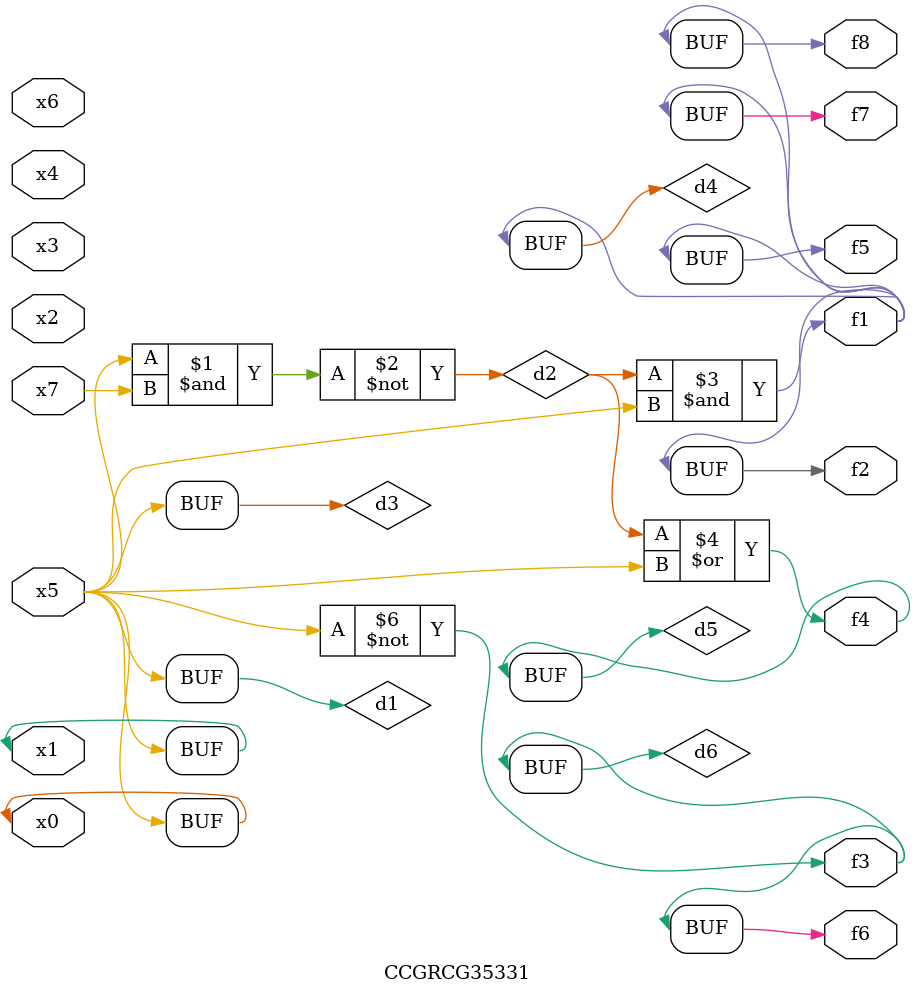
<source format=v>
module CCGRCG35331(
	input x0, x1, x2, x3, x4, x5, x6, x7,
	output f1, f2, f3, f4, f5, f6, f7, f8
);

	wire d1, d2, d3, d4, d5, d6;

	buf (d1, x0, x5);
	nand (d2, x5, x7);
	buf (d3, x0, x1);
	and (d4, d2, d3);
	or (d5, d2, d3);
	nor (d6, d1, d3);
	assign f1 = d4;
	assign f2 = d4;
	assign f3 = d6;
	assign f4 = d5;
	assign f5 = d4;
	assign f6 = d6;
	assign f7 = d4;
	assign f8 = d4;
endmodule

</source>
